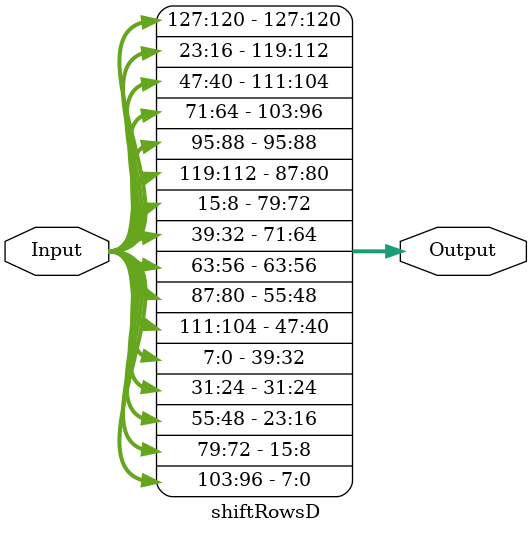
<source format=v>
module shiftRowsD(
    input  [127:0] Input,
    output [127:0] Output
);

//First column
assign Output[127:120] = Input[127:120];  
assign Output[87:80]   = Input[119:112];
assign Output[47:40]   = Input[111:104];
assign Output[7:0]     = Input[103:96];

//Second column
assign Output[95:88]   = Input[95:88];
assign Output[55:48]   = Input[87:80];
assign Output[15:8]    = Input[79:72];
assign Output[103:96]  = Input[71:64];

//Third column
assign Output[63:56]   = Input[63:56];
assign Output[23:16]   = Input[55:48];
assign Output[111:104] = Input[47:40];
assign Output[71:64]   = Input[39:32];

//Fourth column
assign Output[31:24]   = Input[31:24];
assign Output[119:112] = Input[23:16];
assign Output[79:72]   = Input[15:8];
assign Output[39:32]   = Input[7:0]; 

endmodule

//input
//d4bf5d30e0b452aeb84111f11e2798e5
//expected output
//d42711aee0bf98f1b8b45de51e415230
</source>
